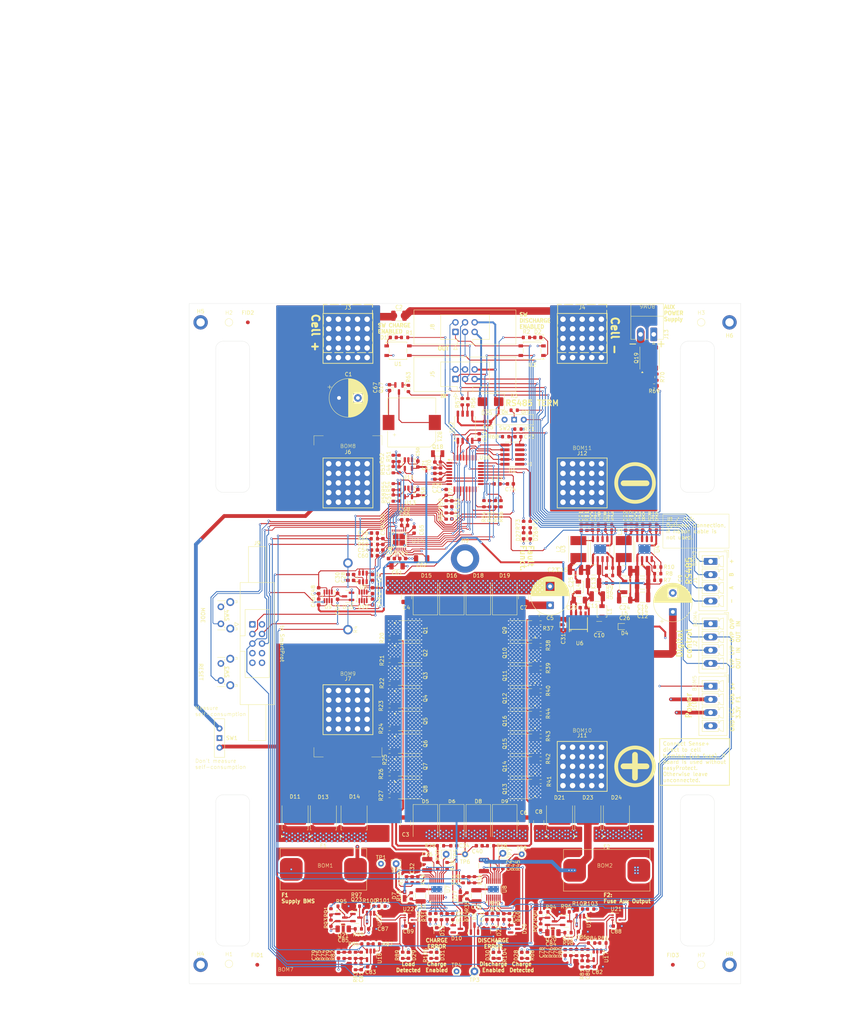
<source format=kicad_pcb>
(kicad_pcb
	(version 20241229)
	(generator "pcbnew")
	(generator_version "9.0")
	(general
		(thickness 1.74)
		(legacy_teardrops no)
	)
	(paper "A3" portrait)
	(layers
		(0 "F.Cu" signal)
		(4 "In1.Cu" signal)
		(6 "In2.Cu" signal)
		(8 "In3.Cu" signal)
		(10 "In4.Cu" signal)
		(2 "B.Cu" signal)
		(9 "F.Adhes" user "F.Adhesive")
		(11 "B.Adhes" user "B.Adhesive")
		(13 "F.Paste" user)
		(15 "B.Paste" user)
		(5 "F.SilkS" user "F.Silkscreen")
		(7 "B.SilkS" user "B.Silkscreen")
		(1 "F.Mask" user)
		(3 "B.Mask" user)
		(17 "Dwgs.User" user "User.Drawings")
		(19 "Cmts.User" user "User.Comments")
		(21 "Eco1.User" user "User.Eco1")
		(23 "Eco2.User" user "User.Eco2")
		(25 "Edge.Cuts" user)
		(27 "Margin" user)
		(31 "F.CrtYd" user "F.Courtyard")
		(29 "B.CrtYd" user "B.Courtyard")
		(35 "F.Fab" user)
		(33 "B.Fab" user)
		(39 "User.1" user)
		(41 "User.2" user "User.2 -Bemaßung")
		(43 "User.3" user "User.3 - Heatsink")
		(45 "User.4" user)
		(47 "User.5" user)
		(49 "User.6" user)
		(51 "User.7" user)
		(53 "User.8" user)
		(55 "User.9" user)
	)
	(setup
		(stackup
			(layer "F.SilkS"
				(type "Top Silk Screen")
			)
			(layer "F.Paste"
				(type "Top Solder Paste")
			)
			(layer "F.Mask"
				(type "Top Solder Mask")
				(color "Red")
				(thickness 0.01)
			)
			(layer "F.Cu"
				(type "copper")
				(thickness 0.07)
			)
			(layer "dielectric 1"
				(type "prepreg")
				(thickness 0.1)
				(material "FR4")
				(epsilon_r 4.5)
				(loss_tangent 0.02)
			)
			(layer "In1.Cu"
				(type "copper")
				(thickness 0.07)
			)
			(layer "dielectric 2"
				(type "core")
				(thickness 0.535)
				(material "FR4")
				(epsilon_r 4.5)
				(loss_tangent 0.02)
			)
			(layer "In2.Cu"
				(type "copper")
				(thickness 0.07)
			)
			(layer "dielectric 3"
				(type "prepreg")
				(thickness 0.1)
				(material "FR4")
				(epsilon_r 4.5)
				(loss_tangent 0.02)
			)
			(layer "In3.Cu"
				(type "copper")
				(thickness 0.035)
			)
			(layer "dielectric 4"
				(type "core")
				(thickness 0.535)
				(material "FR4")
				(epsilon_r 4.5)
				(loss_tangent 0.02)
			)
			(layer "In4.Cu"
				(type "copper")
				(thickness 0.035)
			)
			(layer "dielectric 5"
				(type "prepreg")
				(thickness 0.1)
				(material "FR4")
				(epsilon_r 4.5)
				(loss_tangent 0.02)
			)
			(layer "B.Cu"
				(type "copper")
				(thickness 0.07)
			)
			(layer "B.Mask"
				(type "Bottom Solder Mask")
				(thickness 0.01)
			)
			(layer "B.Paste"
				(type "Bottom Solder Paste")
			)
			(layer "B.SilkS"
				(type "Bottom Silk Screen")
			)
			(copper_finish "None")
			(dielectric_constraints no)
		)
		(pad_to_mask_clearance 0)
		(allow_soldermask_bridges_in_footprints no)
		(tenting front back)
		(aux_axis_origin 100 120)
		(grid_origin 173 120)
		(pcbplotparams
			(layerselection 0x00000000_00000000_55555555_5755f5ff)
			(plot_on_all_layers_selection 0x00000000_00000000_00000000_00000000)
			(disableapertmacros no)
			(usegerberextensions no)
			(usegerberattributes yes)
			(usegerberadvancedattributes yes)
			(creategerberjobfile yes)
			(dashed_line_dash_ratio 12.000000)
			(dashed_line_gap_ratio 3.000000)
			(svgprecision 4)
			(plotframeref no)
			(mode 1)
			(useauxorigin no)
			(hpglpennumber 1)
			(hpglpenspeed 20)
			(hpglpendiameter 15.000000)
			(pdf_front_fp_property_popups yes)
			(pdf_back_fp_property_popups yes)
			(pdf_metadata yes)
			(pdf_single_document no)
			(dxfpolygonmode yes)
			(dxfimperialunits yes)
			(dxfusepcbnewfont yes)
			(psnegative no)
			(psa4output no)
			(plot_black_and_white yes)
			(sketchpadsonfab no)
			(plotpadnumbers no)
			(hidednponfab no)
			(sketchdnponfab yes)
			(crossoutdnponfab yes)
			(subtractmaskfromsilk no)
			(outputformat 1)
			(mirror no)
			(drillshape 1)
			(scaleselection 1)
			(outputdirectory "")
		)
	)
	(net 0 "")
	(net 1 "Net-(D1-K)")
	(net 2 "GND")
	(net 3 "Net-(D2-K)")
	(net 4 "VCC")
	(net 5 "Net-(D1-A)")
	(net 6 "BAT+CONTROLED")
	(net 7 "Net-(D4-K)")
	(net 8 "5V5")
	(net 9 "Net-(U3-VIN)")
	(net 10 "5V0")
	(net 11 "VREF")
	(net 12 "/ps/in")
	(net 13 "Net-(U3-BST)")
	(net 14 "/greenMeter/ISENSE_FAST+")
	(net 15 "/greenMeter/ISENSE_PREZ+")
	(net 16 "/greenMeter/ISENSE_PREZ-")
	(net 17 "Net-(Q4-G)")
	(net 18 "/greenMeter/ISENSE_FAST-")
	(net 19 "Net-(Q5-G)")
	(net 20 "Net-(Q6-G)")
	(net 21 "Net-(Q7-G)")
	(net 22 "Net-(Q8-G)")
	(net 23 "Net-(U3-SW)")
	(net 24 "Net-(C19-Pad1)")
	(net 25 "Net-(U3-FB)")
	(net 26 "/greenMeter/RS485_D")
	(net 27 "Net-(C20-Pad1)")
	(net 28 "Net-(C21-Pad2)")
	(net 29 "/greenMeter/RS485_R")
	(net 30 "/greenMeter/SPI1_MOSI")
	(net 31 "/greenMeter/ADC_START")
	(net 32 "/greenMeter/SPI1_MISO")
	(net 33 "/greenMeter/ADC_DRDY")
	(net 34 "/greenMeter/ADC_RESET")
	(net 35 "/greenMeter/ADC_CS")
	(net 36 "/greenMeter/SPI1_SCK")
	(net 37 "/OVP_IN")
	(net 38 "/chargeControl/SNS+")
	(net 39 "/chargeControl/SNS-")
	(net 40 "/LVP_IN")
	(net 41 "/OVP_OUT")
	(net 42 "/LVP_OUT")
	(net 43 "Net-(Q1-G)")
	(net 44 "Net-(Q2-G)")
	(net 45 "Net-(Q3-G)")
	(net 46 "/greenMeter/CHARGE_ENABLED")
	(net 47 "/greenMeter/DISCHARGE_ENABLED")
	(net 48 "/greenMeter/AUX_EN")
	(net 49 "/greenMeter/ISENSE+")
	(net 50 "/greenMeter/ISENSE-")
	(net 51 "/greenMeter/SWCLK")
	(net 52 "/switchControl/CHG_DETECTED")
	(net 53 "Net-(C22-Pad2)")
	(net 54 "/switchControl/LOAD_DETECTED")
	(net 55 "Net-(U5-FILTER)")
	(net 56 "/greenMeter/USENSE_SHUNT_BUF")
	(net 57 "/greenMeter/USENSE+_BUF")
	(net 58 "/greenMeter/SWDIO")
	(net 59 "/CHARGE_CONTROL")
	(net 60 "Net-(U6-SS)")
	(net 61 "Net-(C34-Pad1)")
	(net 62 "Net-(Q13-G)")
	(net 63 "Net-(Q14-G)")
	(net 64 "Net-(Q15-G)")
	(net 65 "Net-(Q16-G)")
	(net 66 "/BUS_+5V")
	(net 67 "Net-(C40-Pad1)")
	(net 68 "Net-(U4-BST)")
	(net 69 "Net-(U4-SW)")
	(net 70 "Net-(U11-+IN)")
	(net 71 "Net-(U14-REFOUT)")
	(net 72 "Net-(U4-FB)")
	(net 73 "Net-(U14-CAPN)")
	(net 74 "Net-(U14-CAPP)")
	(net 75 "Net-(U14-BYPASS)")
	(net 76 "Net-(U7-SNS-)")
	(net 77 "Net-(U7-TIMER)")
	(net 78 "Net-(U8-SNS-)")
	(net 79 "Net-(U8-TIMER)")
	(net 80 "Net-(U18-+)")
	(net 81 "Net-(U18--)")
	(net 82 "Net-(Q20-C)")
	(net 83 "Net-(Q21-C)")
	(net 84 "Net-(D2-A)")
	(net 85 "Net-(U19-+)")
	(net 86 "/BUS_GND")
	(net 87 "/BUS_B")
	(net 88 "Net-(U20-+)")
	(net 89 "Net-(D7-K)")
	(net 90 "unconnected-(D10-NC-Pad2)")
	(net 91 "Net-(D12-K)")
	(net 92 "/BUS_A")
	(net 93 "/chargeControl/vcc_int")
	(net 94 "/dischargeControl/vcc_int")
	(net 95 "Net-(D17-K)")
	(net 96 "unconnected-(D20-NC-Pad2)")
	(net 97 "Net-(Q9-G)")
	(net 98 "Net-(Q10-G)")
	(net 99 "Net-(Q11-G)")
	(net 100 "Net-(Q12-G)")
	(net 101 "Net-(U4-EN{slash}UVLO)")
	(net 102 "Net-(D22-K)")
	(net 103 "Net-(U4-RON)")
	(net 104 "Net-(D26-A)")
	(net 105 "Net-(U7-TGDN)")
	(net 106 "Net-(U7-ISET)")
	(net 107 "Net-(U7-TGUP)")
	(net 108 "Net-(U7-VCCUV)")
	(net 109 "Net-(U8-TGDN)")
	(net 110 "Net-(U8-ISET)")
	(net 111 "Net-(U8-TGUP)")
	(net 112 "Net-(U8-VCCUV)")
	(net 113 "Net-(D27-A)")
	(net 114 "Net-(D28-A)")
	(net 115 "Net-(D29-A)")
	(net 116 "Net-(D30-A)")
	(net 117 "Net-(D31-A)")
	(net 118 "Net-(SW1-B)")
	(net 119 "Net-(J13-2)")
	(net 120 "Net-(U7-IMON)")
	(net 121 "Net-(U8-IMON)")
	(net 122 "unconnected-(H4-Pad1)")
	(net 123 "unconnected-(H6-Pad1)")
	(net 124 "unconnected-(H8-Pad1)")
	(net 125 "/LOAD_CONTROL")
	(net 126 "/chargeControl/SWITCH_OUT")
	(net 127 "/chargeControl/SWITCH_IN")
	(net 128 "/chargeControl/BST")
	(net 129 "/dischargeControl/BST")
	(net 130 "/U_SENSE+")
	(net 131 "/greenMeter/LVP_SENSE_DIV")
	(net 132 "/greenMeter/OVP_SENSE_DIV")
	(net 133 "unconnected-(J9-Pin_7-Pad7)")
	(net 134 "Net-(J13-1)")
	(net 135 "/B+Terminal")
	(net 136 "Net-(Q17-B)")
	(net 137 "Net-(BZ1--)")
	(net 138 "/greenMeter/Buzzer")
	(net 139 "/chargeControl/~{Fault}")
	(net 140 "R2{slash}COM")
	(net 141 "/dischargeControl/~{Fault}")
	(net 142 "Net-(SW2-B)")
	(net 143 "Net-(U3-EN{slash}UVLO)")
	(net 144 "Net-(U3-RON)")
	(net 145 "Net-(U20--)")
	(net 146 "Net-(U19--)")
	(net 147 "unconnected-(SW2-A-Pad3)")
	(net 148 "unconnected-(U14-NC-7-Pad25)")
	(net 149 "unconnected-(U14-NC-6-Pad24)")
	(net 150 "unconnected-(H5-Pad1)")
	(net 151 "unconnected-(H9-Pad1)")
	(net 152 "unconnected-(U14-NC-8-Pad26)")
	(net 153 "unconnected-(U14-NC-3-Pad21)")
	(net 154 "~{OC_FAULT}")
	(net 155 "unconnected-(U14-NC-4-Pad22)")
	(net 156 "unconnected-(U14-NC-9-Pad27)")
	(net 157 "unconnected-(U14-NC-2-Pad20)")
	(net 158 "unconnected-(U14-NC-1-Pad19)")
	(net 159 "unconnected-(U14-NC-5-Pad23)")
	(net 160 "/p_good{slash}reset")
	(net 161 "Net-(U7-VIN)")
	(net 162 "Net-(U8-VIN)")
	(net 163 "Net-(U20-Pad1)")
	(net 164 "Net-(U17-+)")
	(net 165 "Net-(U19-Pad1)")
	(net 166 "Net-(R85-Pad1)")
	(net 167 "Net-(R84-Pad1)")
	(net 168 "Net-(U16-PA10{slash}NC)")
	(net 169 "Net-(U12-B)")
	(net 170 "Net-(U12-A)")
	(net 171 "Net-(Q23-C)")
	(net 172 "Net-(Q22-C)")
	(net 173 "Net-(Q21-B)")
	(net 174 "Net-(Q20-B)")
	(net 175 "Net-(Q19-G)")
	(net 176 "Net-(U17--)")
	(net 177 "Net-(U16-PC6)")
	(net 178 "Net-(U15-V_{OUT})")
	(net 179 "Net-(U16-PC15)")
	(net 180 "Net-(U16-PC14)")
	(net 181 "Net-(U13-+IN)")
	(footprint "Connector_Pin:Pin_D0.9mm_L10.0mm_W2.4mm_FlatFork" (layer "F.Cu") (at 168 265.75))
	(footprint "Resistor_SMD:R_0603_1608Metric" (layer "F.Cu") (at 195.75 281 180))
	(footprint "Connector_PinHeader_1.27mm:PinHeader_2x05_P1.27mm_Vertical_SMD" (layer "F.Cu") (at 185.5 160 180))
	(footprint "Capacitor_SMD:C_1210_3225Metric" (layer "F.Cu") (at 163 268.525 -90))
	(footprint "Resistor_SMD:R_0603_1608Metric" (layer "F.Cu") (at 145.5 292.5 90))
	(footprint "Resistor_SMD:R_0603_1608Metric" (layer "F.Cu") (at 155.5 168.5 -90))
	(footprint "Resistor_SMD:R_0603_1608Metric" (layer "F.Cu") (at 168 173 90))
	(footprint "Resistor_SMD:R_0603_1608Metric" (layer "F.Cu") (at 203.25 280.25))
	(footprint "Capacitor_SMD:C_0603_1608Metric" (layer "F.Cu") (at 168 170 -90))
	(footprint "Resistor_SMD:R_0603_1608Metric" (layer "F.Cu") (at 223.045 141.79))
	(footprint "Resistor_SMD:R_0603_1608Metric" (layer "F.Cu") (at 193 246.5 180))
	(footprint "myConnector:IDC-Header_2x05_P2.54mm_Latch9.5mm_Vertical" (layer "F.Cu") (at 116.71 204.92))
	(footprint "Capacitor_SMD:C_0603_1608Metric" (layer "F.Cu") (at 165 162.75 90))
	(footprint "Resistor_SMD:R_0603_1608Metric" (layer "F.Cu") (at 149 182.25))
	(footprint "Diode_SMD:D_SMC" (layer "F.Cu") (at 176.5 197.5 90))
	(footprint "Package_TO_SOT_SMD:TO-252-2" (layer "F.Cu") (at 213.0725 256 90))
	(footprint "Capacitor_SMD:C_0603_1608Metric" (layer "F.Cu") (at 153.5 187.5))
	(footprint "Resistor_SMD:R_0603_1608Metric" (layer "F.Cu") (at 144 295.5 90))
	(footprint "Capacitor_SMD:C_0603_1608Metric" (layer "F.Cu") (at 179 151.25 180))
	(footprint "Package_SO:SOIC-8_5.3x5.3mm_P1.27mm" (layer "F.Cu") (at 173 152.75 90))
	(footprint "Resistor_SMD:R_0603_1608Metric" (layer "F.Cu") (at 182.5 173 90))
	(footprint "LED_SMD:LED_0603_1608Metric" (layer "F.Cu") (at 180.5 286 -90))
	(footprint "Resistor_SMD:R_0603_1608Metric" (layer "F.Cu") (at 199.75 281))
	(footprint "Capacitor_SMD:C_0603_1608Metric" (layer "F.Cu") (at 149 186.75 180))
	(footprint "Package_SO:PowerPAK_SO-8_Single" (layer "F.Cu") (at 158.25 242.5))
	(footprint "Capacitor_SMD:C_0603_1608Metric" (layer "F.Cu") (at 213 284.75 180))
	(footprint "LED_SMD:LED_0603_1608Metric" (layer "F.Cu") (at 180.5 292.5 -90))
	(footprint "myDiode:SODFL2512X73N"
		(layer "F.Cu")
		(uuid "1b2c567a-9237-4e98-8a83-610eb4de3f98")
		(at 215.25 205.5)
		(property "Reference" "D4"
			(at 0 1.75 0)
			(layer "F.SilkS")
			(uuid "e3835e70-ac1d-4c84-8f69-5441c9f9e624")
			(effects
				(font
					(size 1 1)
					(thickness 0.15)
				)
			)
		)
		(property "Value" "SS16M"
			(at 4.45 1.625 0)
			(layer "F.Fab")
			(uuid "4029a409-5233-4a76-8163-12404f72d596")
			(effects
				(font
					(size 0.787402 0.787402)
					(thickness 0.15)
				)
			)
		)
		(property "Datasheet" "https://services.taiwansemi.com/storage/resources/datasheet/SS13M%20SERIES_O2103.pdf"
			(at 0 0 0)
			(layer "F.Fab")
			(hide yes)
			(uuid "47fcea8c-85fa-4855-98d9-314b39f6ca32")
			(effects
				(font
					(size 1.27 1.27)
					(thickness 0.15)
				)
			)
		)
		(property "Description" "SS16 R2 SCHOTTKY-DIODE MICRO SMA DO214AC SMD 60V 1A"
			(at 0 0 0)
			(layer "F.Fab")
			(hide yes)
			(uuid "ba0029d8-a213-4d60-8adf-feb53b233e26")
			(effects
				(font
					(size 1.27 1.27)
					(thickness 0.15)
				)
			)
		)
		(property "Sim.Device" "D"
			(at 0 0 0)
			(unlocked yes)
			(layer "F.Fab")
			(hide yes)
			(uuid "bd285740-be60-4ee0-a4c6-762bf44a0e71")
			(effects
				(font
					(size 1 1)
					(thickness 0.15)
				)
			)
		)
		(property "Sim.Pins" "1=K 2=A"
			(at 0 0 0)
			(unlocked yes)
			(layer "F.Fab")
			(hide yes)
			(uuid "41460222-96b8-4534-a97a-b2bcc017775f")
			(effects
				(font
					(size 1 1)
					(thickness 0.15)
				)
			)
		)
		(property "ECS Art#" "D083"
			(at 0 0 0)
			(unlocked yes)
			(layer "F.Fab")
			(hide yes)
			(uuid "a9b0733c-95ad-443c-bcbb-6d62ee2b77a7")
			(effects
				(font
					(size 1 1)
					(thickness 0.15)
				)
			)
		)
		(property "HAN" "SS16M RS"
			(at 0 0 0)
			(unlocked yes)
			(layer "F.Fab")
			(hide yes)
			(uuid "550687c9-9d45-46ee-a92c-f48f12a153a7")
			(effects
				(font
					(size 1 1)
					(thickness 0.15)
				)
			)
		)
		(property "Hersteller" "TSC"
			(at 0 0 0)
			(unlocked yes)
			(layer "F.Fab")
			(hide yes)
			(uuid "01734413-71bb-4b34-be2e-5d1da590a0bd")
			(effects
				(font
					(size 1 1)
					(thickness 0.15)
				)
			)
		)
		(property "Voltage" "60V"
			(at 0 0 0)
			(unlocked yes)
			(layer "F.Fab")
			(hide yes)
			(uuid "64848465-4fe8-496c-b12e-acffd75efedf")
			(effects
				(font
					(size 1 1)
					(thickness 0.15)
				)
			)
		)
		(property "Toleranz" ""
			(at 0 0 0)
			(unlocked yes)
			(layer "F.Fab")
			(hide yes)
			(uuid "4c9c49e6-c9a1-4e1d-b74e-9e51b6be7472")
			(effects
				(font
					(size 1 1)
					(thickness 0.15)
				)
			)
		)
		(property ki_fp_filters "TO-???* *_Diode_* *SingleDiode* D_*")
		(path "/495a9cc7-0a8f-4e5c-b2f2-b552a73e5326/7965676a-ea06-4e6e-
... [3984710 chars truncated]
</source>
